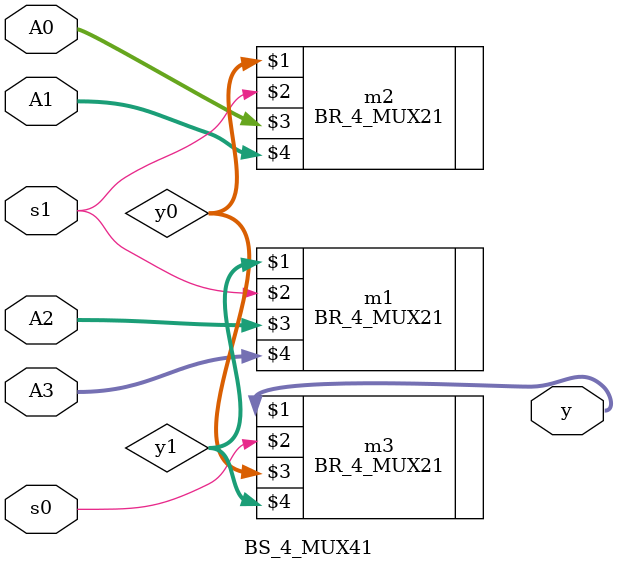
<source format=v>
`timescale 1ns / 1ps

module BS_4_MUX41(output [3:0]y,input s0, s1,input [3:0]A0,A1,A2,A3);

 wire [3:0]y0, y1;
BR_4_MUX21 m1(y1,s1, A2, A3);
BR_4_MUX21 m2(y0, s1, A0,A1);
BR_4_MUX21 m3(y, s0, y0,y1);


endmodule

</source>
